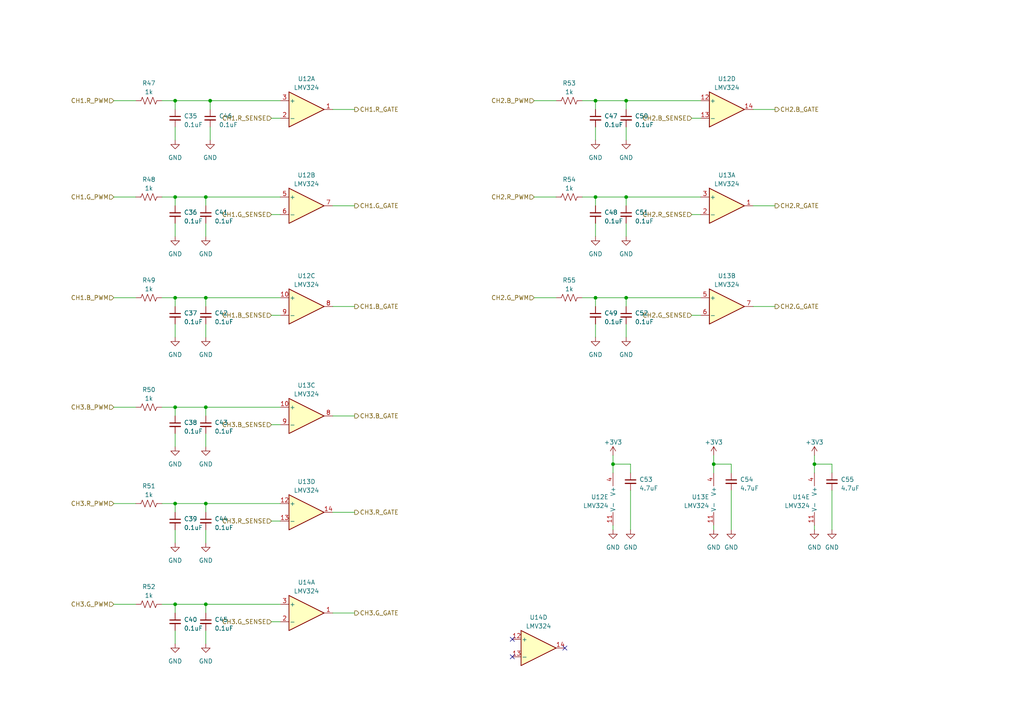
<source format=kicad_sch>
(kicad_sch (version 20230121) (generator eeschema)
  (paper "A4")
  (lib_symbols
    (symbol "Amplifier_Operational:LMV324" (pin_names (offset 0.127))
      (property "Reference" "U" (at 0 5.08 0))
      (property "Value" "LMV324" (at 0 -5.08 0))
      (symbol "LMV324_1_1"
        (polyline (pts (xy -5.08 5.08) (xy 5.08 0) (xy -5.08 -5.08) (xy -5.08 5.08)) (stroke (width 0.254)) (fill (type background)))
        (pin output line (at 7.62 0 180) (length 2.54) (name "~") (number "1"))
        (pin input line (at -7.62 -2.54 0) (length 2.54) (name "-") (number "2"))
        (pin input line (at -7.62 2.54 0) (length 2.54) (name "+") (number "3"))
      )
      (symbol "LMV324_2_1"
        (polyline (pts (xy -5.08 5.08) (xy 5.08 0) (xy -5.08 -5.08) (xy -5.08 5.08)) (stroke (width 0.254)) (fill (type background)))
        (pin input line (at -7.62 2.54 0) (length 2.54) (name "+") (number "5"))
        (pin input line (at -7.62 -2.54 0) (length 2.54) (name "-") (number "6"))
        (pin output line (at 7.62 0 180) (length 2.54) (name "~") (number "7"))
      )
      (symbol "LMV324_3_1"
        (polyline (pts (xy -5.08 5.08) (xy 5.08 0) (xy -5.08 -5.08) (xy -5.08 5.08)) (stroke (width 0.254)) (fill (type background)))
        (pin input line (at -7.62 2.54 0) (length 2.54) (name "+") (number "10"))
        (pin output line (at 7.62 0 180) (length 2.54) (name "~") (number "8"))
        (pin input line (at -7.62 -2.54 0) (length 2.54) (name "-") (number "9"))
      )
      (symbol "LMV324_4_1"
        (polyline (pts (xy -5.08 5.08) (xy 5.08 0) (xy -5.08 -5.08) (xy -5.08 5.08)) (stroke (width 0.254)) (fill (type background)))
        (pin input line (at -7.62 2.54 0) (length 2.54) (name "+") (number "12"))
        (pin input line (at -7.62 -2.54 0) (length 2.54) (name "-") (number "13"))
        (pin output line (at 7.62 0 180) (length 2.54) (name "~") (number "14"))
      )
      (symbol "LMV324_5_1"
        (pin power_in line (at -2.54 -7.62 90) (length 3.81) (name "V-") (number "11"))
        (pin power_in line (at -2.54 7.62 270) (length 3.81) (name "V+") (number "4"))
      )
    )
    (symbol "Device:C_Small" (pin_numbers hide) (pin_names (offset 0.254) hide)
      (property "Reference" "C" (at 0.254 1.778 0))
      (property "Value" "C_Small" (at 0.254 -2.032 0))
      (symbol "C_Small_0_1"
        (polyline (pts (xy -1.524 -0.508) (xy 1.524 -0.508)) (stroke (width 0.3302)))
        (polyline (pts (xy -1.524 0.508) (xy 1.524 0.508)) (stroke (width 0.3048)))
      )
      (symbol "C_Small_1_1"
        (pin passive line (at 0 2.54 270) (length 2.032) (name "~") (number "1"))
        (pin passive line (at 0 -2.54 90) (length 2.032) (name "~") (number "2"))
      )
    )
    (symbol "Device:R_US" (pin_numbers hide) (pin_names (offset 0))
      (property "Reference" "R" (at 2.54 0 90))
      (property "Value" "R_US" (at -2.54 0 90))
      (symbol "R_US_0_1"
        (polyline (pts (xy 0 -2.286) (xy 0 -2.54)))
        (polyline (pts (xy 0 2.286) (xy 0 2.54)))
        (polyline (pts (xy 0 -0.762) (xy 1.016 -1.143) (xy 0 -1.524) (xy -1.016 -1.905) (xy 0 -2.286)))
        (polyline (pts (xy 0 0.762) (xy 1.016 0.381) (xy 0 0) (xy -1.016 -0.381) (xy 0 -0.762)))
        (polyline (pts (xy 0 2.286) (xy 1.016 1.905) (xy 0 1.524) (xy -1.016 1.143) (xy 0 0.762)))
      )
      (symbol "R_US_1_1"
        (pin passive line (at 0 3.81 270) (length 1.27) (name "~") (number "1"))
        (pin passive line (at 0 -3.81 90) (length 1.27) (name "~") (number "2"))
      )
    )
    (symbol "power:+3V3" (power) (pin_names (offset 0))
      (property "Value" "+3V3" (at 0 3.556 0))
      (symbol "+3V3_0_1"
        (polyline (pts (xy -0.762 1.27) (xy 0 2.54)))
        (polyline (pts (xy 0 0) (xy 0 2.54)))
        (polyline (pts (xy 0 2.54) (xy 0.762 1.27)))
      )
      (symbol "+3V3_1_1"
        (pin power_in line (at 0 0 90) (length 0) hide (name "+3V3") (number "1"))
      )
    )
    (symbol "power:GND" (power) (pin_names (offset 0))
      (property "Value" "GND" (at 0 -3.81 0))
      (symbol "GND_0_1"
        (polyline (pts (xy 0 0) (xy 0 -1.27) (xy 1.27 -1.27) (xy 0 -2.54) (xy -1.27 -1.27) (xy 0 -1.27)))
      )
      (symbol "GND_1_1"
        (pin power_in line (at 0 0 270) (length 0) hide (name "GND") (number "1"))
      )
    )
  )
  (junction (at 181.61 57.15))
  (junction (at 59.69 175.26))
  (junction (at 207.01 134.62))
  (junction (at 59.69 57.15))
  (junction (at 59.69 146.05))
  (junction (at 59.69 86.36))
  (junction (at 172.72 29.21))
  (junction (at 50.8 118.11))
  (junction (at 181.61 86.36))
  (junction (at 236.22 134.62))
  (junction (at 172.72 57.15))
  (junction (at 50.8 175.26))
  (junction (at 50.8 29.21))
  (junction (at 50.8 146.05))
  (junction (at 50.8 86.36))
  (junction (at 59.69 118.11))
  (junction (at 50.8 57.15))
  (junction (at 60.96 29.21))
  (junction (at 181.61 29.21))
  (junction (at 177.8 134.62))
  (junction (at 172.72 86.36))
  (no_connect (at 148.59 185.42))
  (no_connect (at 163.83 187.96))
  (no_connect (at 148.59 190.5))
  (wire (pts (xy 96.52 148.59) (xy 102.87 148.59)))
  (wire (pts (xy 46.99 57.15) (xy 50.8 57.15)))
  (wire (pts (xy 59.69 118.11) (xy 81.28 118.11)))
  (wire (pts (xy 172.72 64.77) (xy 172.72 68.58)))
  (wire (pts (xy 50.8 36.83) (xy 50.8 40.64)))
  (wire (pts (xy 50.8 64.77) (xy 50.8 68.58)))
  (wire (pts (xy 50.8 182.88) (xy 50.8 186.69)))
  (wire (pts (xy 59.69 118.11) (xy 59.69 120.65)))
  (wire (pts (xy 218.44 31.75) (xy 224.79 31.75)))
  (wire (pts (xy 236.22 134.62) (xy 241.3 134.62)))
  (wire (pts (xy 96.52 88.9) (xy 102.87 88.9)))
  (wire (pts (xy 50.8 146.05) (xy 50.8 148.59)))
  (wire (pts (xy 59.69 86.36) (xy 59.69 88.9)))
  (wire (pts (xy 78.74 180.34) (xy 81.28 180.34)))
  (wire (pts (xy 207.01 134.62) (xy 212.09 134.62)))
  (wire (pts (xy 60.96 29.21) (xy 81.28 29.21)))
  (wire (pts (xy 172.72 86.36) (xy 172.72 88.9)))
  (wire (pts (xy 78.74 62.23) (xy 81.28 62.23)))
  (wire (pts (xy 60.96 29.21) (xy 60.96 31.75)))
  (wire (pts (xy 46.99 29.21) (xy 50.8 29.21)))
  (wire (pts (xy 181.61 93.98) (xy 181.61 97.79)))
  (wire (pts (xy 200.66 62.23) (xy 203.2 62.23)))
  (wire (pts (xy 218.44 88.9) (xy 224.79 88.9)))
  (wire (pts (xy 50.8 86.36) (xy 50.8 88.9)))
  (wire (pts (xy 241.3 142.24) (xy 241.3 153.67)))
  (wire (pts (xy 172.72 36.83) (xy 172.72 40.64)))
  (wire (pts (xy 50.8 118.11) (xy 59.69 118.11)))
  (wire (pts (xy 59.69 146.05) (xy 59.69 148.59)))
  (wire (pts (xy 59.69 182.88) (xy 59.69 186.69)))
  (wire (pts (xy 96.52 31.75) (xy 102.87 31.75)))
  (wire (pts (xy 181.61 64.77) (xy 181.61 68.58)))
  (wire (pts (xy 207.01 152.4) (xy 207.01 153.67)))
  (wire (pts (xy 50.8 29.21) (xy 60.96 29.21)))
  (wire (pts (xy 212.09 134.62) (xy 212.09 137.16)))
  (wire (pts (xy 181.61 29.21) (xy 181.61 31.75)))
  (wire (pts (xy 182.88 134.62) (xy 182.88 137.16)))
  (wire (pts (xy 50.8 125.73) (xy 50.8 129.54)))
  (wire (pts (xy 177.8 134.62) (xy 182.88 134.62)))
  (wire (pts (xy 236.22 152.4) (xy 236.22 153.67)))
  (wire (pts (xy 50.8 93.98) (xy 50.8 97.79)))
  (wire (pts (xy 50.8 86.36) (xy 59.69 86.36)))
  (wire (pts (xy 78.74 151.13) (xy 81.28 151.13)))
  (wire (pts (xy 181.61 86.36) (xy 181.61 88.9)))
  (wire (pts (xy 236.22 134.62) (xy 236.22 137.16)))
  (wire (pts (xy 50.8 146.05) (xy 59.69 146.05)))
  (wire (pts (xy 59.69 93.98) (xy 59.69 97.79)))
  (wire (pts (xy 168.91 57.15) (xy 172.72 57.15)))
  (wire (pts (xy 59.69 86.36) (xy 81.28 86.36)))
  (wire (pts (xy 39.37 146.05) (xy 33.02 146.05)))
  (wire (pts (xy 218.44 59.69) (xy 224.79 59.69)))
  (wire (pts (xy 200.66 34.29) (xy 203.2 34.29)))
  (wire (pts (xy 172.72 93.98) (xy 172.72 97.79)))
  (wire (pts (xy 78.74 123.19) (xy 81.28 123.19)))
  (wire (pts (xy 161.29 57.15) (xy 154.94 57.15)))
  (wire (pts (xy 168.91 29.21) (xy 172.72 29.21)))
  (wire (pts (xy 236.22 132.08) (xy 236.22 134.62)))
  (wire (pts (xy 207.01 132.08) (xy 207.01 134.62)))
  (wire (pts (xy 172.72 57.15) (xy 172.72 59.69)))
  (wire (pts (xy 60.96 36.83) (xy 60.96 40.64)))
  (wire (pts (xy 46.99 118.11) (xy 50.8 118.11)))
  (wire (pts (xy 59.69 175.26) (xy 59.69 177.8)))
  (wire (pts (xy 177.8 134.62) (xy 177.8 137.16)))
  (wire (pts (xy 78.74 34.29) (xy 81.28 34.29)))
  (wire (pts (xy 50.8 175.26) (xy 50.8 177.8)))
  (wire (pts (xy 212.09 142.24) (xy 212.09 153.67)))
  (wire (pts (xy 241.3 134.62) (xy 241.3 137.16)))
  (wire (pts (xy 59.69 146.05) (xy 81.28 146.05)))
  (wire (pts (xy 59.69 153.67) (xy 59.69 157.48)))
  (wire (pts (xy 50.8 57.15) (xy 50.8 59.69)))
  (wire (pts (xy 96.52 120.65) (xy 102.87 120.65)))
  (wire (pts (xy 181.61 57.15) (xy 181.61 59.69)))
  (wire (pts (xy 172.72 29.21) (xy 172.72 31.75)))
  (wire (pts (xy 50.8 57.15) (xy 59.69 57.15)))
  (wire (pts (xy 50.8 153.67) (xy 50.8 157.48)))
  (wire (pts (xy 161.29 86.36) (xy 154.94 86.36)))
  (wire (pts (xy 172.72 86.36) (xy 181.61 86.36)))
  (wire (pts (xy 46.99 86.36) (xy 50.8 86.36)))
  (wire (pts (xy 59.69 57.15) (xy 59.69 59.69)))
  (wire (pts (xy 39.37 57.15) (xy 33.02 57.15)))
  (wire (pts (xy 182.88 142.24) (xy 182.88 153.67)))
  (wire (pts (xy 177.8 152.4) (xy 177.8 153.67)))
  (wire (pts (xy 181.61 86.36) (xy 203.2 86.36)))
  (wire (pts (xy 78.74 91.44) (xy 81.28 91.44)))
  (wire (pts (xy 50.8 29.21) (xy 50.8 31.75)))
  (wire (pts (xy 59.69 64.77) (xy 59.69 68.58)))
  (wire (pts (xy 181.61 29.21) (xy 203.2 29.21)))
  (wire (pts (xy 46.99 146.05) (xy 50.8 146.05)))
  (wire (pts (xy 207.01 134.62) (xy 207.01 137.16)))
  (wire (pts (xy 39.37 118.11) (xy 33.02 118.11)))
  (wire (pts (xy 177.8 132.08) (xy 177.8 134.62)))
  (wire (pts (xy 46.99 175.26) (xy 50.8 175.26)))
  (wire (pts (xy 200.66 91.44) (xy 203.2 91.44)))
  (wire (pts (xy 59.69 175.26) (xy 81.28 175.26)))
  (wire (pts (xy 39.37 175.26) (xy 33.02 175.26)))
  (wire (pts (xy 172.72 29.21) (xy 181.61 29.21)))
  (wire (pts (xy 181.61 57.15) (xy 203.2 57.15)))
  (wire (pts (xy 161.29 29.21) (xy 154.94 29.21)))
  (wire (pts (xy 96.52 59.69) (xy 102.87 59.69)))
  (wire (pts (xy 96.52 177.8) (xy 102.87 177.8)))
  (wire (pts (xy 50.8 118.11) (xy 50.8 120.65)))
  (wire (pts (xy 39.37 86.36) (xy 33.02 86.36)))
  (wire (pts (xy 181.61 36.83) (xy 181.61 40.64)))
  (wire (pts (xy 168.91 86.36) (xy 172.72 86.36)))
  (wire (pts (xy 39.37 29.21) (xy 33.02 29.21)))
  (wire (pts (xy 50.8 175.26) (xy 59.69 175.26)))
  (wire (pts (xy 59.69 125.73) (xy 59.69 129.54)))
  (wire (pts (xy 59.69 57.15) (xy 81.28 57.15)))
  (wire (pts (xy 172.72 57.15) (xy 181.61 57.15)))
  (hierarchical_label "CH2.R_SENSE" (shape input) (at 200.66 62.23 180))
  (hierarchical_label "CH3.B_PWM" (shape input) (at 33.02 118.11 180))
  (hierarchical_label "CH1.R_SENSE" (shape input) (at 78.74 34.29 180))
  (hierarchical_label "CH1.B_GATE" (shape output) (at 102.87 88.9 0))
  (hierarchical_label "CH3.G_GATE" (shape output) (at 102.87 177.8 0))
  (hierarchical_label "CH2.G_PWM" (shape input) (at 154.94 86.36 180))
  (hierarchical_label "CH3.G_SENSE" (shape input) (at 78.74 180.34 180))
  (hierarchical_label "CH3.R_GATE" (shape output) (at 102.87 148.59 0))
  (hierarchical_label "CH1.G_SENSE" (shape input) (at 78.74 62.23 180))
  (hierarchical_label "CH3.G_PWM" (shape input) (at 33.02 175.26 180))
  (hierarchical_label "CH2.R_GATE" (shape output) (at 224.79 59.69 0))
  (hierarchical_label "CH2.G_SENSE" (shape input) (at 200.66 91.44 180))
  (hierarchical_label "CH3.B_GATE" (shape output) (at 102.87 120.65 0))
  (hierarchical_label "CH3.B_SENSE" (shape input) (at 78.74 123.19 180))
  (hierarchical_label "CH1.R_GATE" (shape output) (at 102.87 31.75 0))
  (hierarchical_label "CH3.R_SENSE" (shape input) (at 78.74 151.13 180))
  (hierarchical_label "CH1.B_SENSE" (shape input) (at 78.74 91.44 180))
  (hierarchical_label "CH1.B_PWM" (shape input) (at 33.02 86.36 180))
  (hierarchical_label "CH2.B_SENSE" (shape input) (at 200.66 34.29 180))
  (hierarchical_label "CH2.R_PWM" (shape input) (at 154.94 57.15 180))
  (hierarchical_label "CH1.G_PWM" (shape input) (at 33.02 57.15 180))
  (hierarchical_label "CH1.G_GATE" (shape output) (at 102.87 59.69 0))
  (hierarchical_label "CH3.R_PWM" (shape input) (at 33.02 146.05 180))
  (hierarchical_label "CH2.B_GATE" (shape output) (at 224.79 31.75 0))
  (hierarchical_label "CH2.B_PWM" (shape input) (at 154.94 29.21 180))
  (hierarchical_label "CH1.R_PWM" (shape input) (at 33.02 29.21 180))
  (hierarchical_label "CH2.G_GATE" (shape output) (at 224.79 88.9 0))
  (symbol (lib_id "Device:C_Small") (at 172.72 62.23 0) (unit 1)
    (property "Reference" "C48" (at 175.26 61.6013 0) (effects (justify left)))
    (property "Value" "0.1uF" (at 175.26 64.1413 0) (effects (justify left)))
    (property "Footprint" "Capacitor_SMD:C_0603_1608Metric_Pad1.08x0.95mm_HandSolder" (effects hide))
    (property "Datasheet" "https://datasheets.kyocera-avx.com/KGM_X7R.pdf" (effects hide))
    (property "MPN" "KGM15BR71H104KT" (effects hide))
  )
  (symbol (lib_id "Device:C_Small") (at 182.88 139.7 0) (unit 1)
    (property "Reference" "C53" (at 185.42 139.0713 0) (effects (justify left)))
    (property "Value" "4.7uF" (at 185.42 141.6113 0) (effects (justify left)))
    (property "Footprint" "Capacitor_SMD:C_0603_1608Metric_Pad1.08x0.95mm_HandSolder" (effects hide))
    (property "MPN" "CL10A475KO8NNNC" (effects hide))
  )
  (symbol (lib_id "Device:C_Small") (at 212.09 139.7 0) (unit 1)
    (property "Reference" "C54" (at 214.63 139.0713 0) (effects (justify left)))
    (property "Value" "4.7uF" (at 214.63 141.6113 0) (effects (justify left)))
    (property "Footprint" "Capacitor_SMD:C_0603_1608Metric_Pad1.08x0.95mm_HandSolder" (effects hide))
    (property "MPN" "CL10A475KO8NNNC" (effects hide))
  )
  (symbol (lib_id "Device:C_Small") (at 50.8 151.13 0) (unit 1)
    (property "Reference" "C39" (at 53.34 150.5013 0) (effects (justify left)))
    (property "Value" "0.1uF" (at 53.34 153.0413 0) (effects (justify left)))
    (property "Footprint" "Capacitor_SMD:C_0603_1608Metric_Pad1.08x0.95mm_HandSolder" (effects hide))
    (property "Datasheet" "https://datasheets.kyocera-avx.com/KGM_X7R.pdf" (effects hide))
    (property "MPN" "KGM15BR71H104KT" (effects hide))
  )
  (symbol (lib_id "Device:C_Small") (at 59.69 123.19 0) (unit 1)
    (property "Reference" "C43" (at 62.23 122.5613 0) (effects (justify left)))
    (property "Value" "0.1uF" (at 62.23 125.1013 0) (effects (justify left)))
    (property "Footprint" "Capacitor_SMD:C_0603_1608Metric_Pad1.08x0.95mm_HandSolder" (effects hide))
    (property "Datasheet" "https://datasheets.kyocera-avx.com/KGM_X7R.pdf" (effects hide))
    (property "MPN" "KGM15BR71H104KT" (effects hide))
  )
  (symbol (lib_id "Amplifier_Operational:LMV324") (at 88.9 177.8 0) (unit 1)
    (property "Reference" "U14" (at 88.9 168.91 0))
    (property "Value" "LMV324" (at 88.9 171.45 0))
    (property "Footprint" "Package_SO:TSSOP-14_4.4x5mm_P0.65mm" (effects hide))
    (property "Datasheet" "http://www.ti.com/lit/ds/symlink/lmv324.pdf" (effects hide))
    (property "MPN" "LMV324AIPWR" (effects hide))
  )
  (symbol (lib_id "power:+3V3") (at 177.8 132.08 0) (unit 1)
    (property "Reference" "#PWR0141" (effects hide))
    (property "Value" "+3V3" (at 177.8 128.27 0))
  )
  (symbol (lib_id "power:GND") (at 50.8 157.48 0) (unit 1)
    (property "Reference" "#PWR0130" (effects hide))
    (property "Value" "GND" (at 50.8 162.56 0))
  )
  (symbol (lib_id "power:GND") (at 172.72 40.64 0) (unit 1)
    (property "Reference" "#PWR0138" (effects hide))
    (property "Value" "GND" (at 172.72 45.72 0))
  )
  (symbol (lib_id "Device:C_Small") (at 181.61 62.23 0) (unit 1)
    (property "Reference" "C51" (at 184.15 61.6013 0) (effects (justify left)))
    (property "Value" "0.1uF" (at 184.15 64.1413 0) (effects (justify left)))
    (property "Footprint" "Capacitor_SMD:C_0603_1608Metric_Pad1.08x0.95mm_HandSolder" (effects hide))
    (property "Datasheet" "https://datasheets.kyocera-avx.com/KGM_X7R.pdf" (effects hide))
    (property "MPN" "KGM15BR71H104KT" (effects hide))
  )
  (symbol (lib_id "power:GND") (at 181.61 40.64 0) (unit 1)
    (property "Reference" "#PWR0143" (effects hide))
    (property "Value" "GND" (at 181.61 45.72 0))
  )
  (symbol (lib_id "Device:R_US") (at 43.18 118.11 90) (unit 1)
    (property "Reference" "R50" (at 43.18 113.03 90))
    (property "Value" "1k" (at 43.18 115.57 90))
    (property "Footprint" "Resistor_SMD:R_0603_1608Metric_Pad0.98x0.95mm_HandSolder" (effects hide))
    (property "MPN" "RC0603FR-071KL" (effects hide))
  )
  (symbol (lib_id "power:GND") (at 177.8 153.67 0) (unit 1)
    (property "Reference" "#PWR0142" (effects hide))
    (property "Value" "GND" (at 177.8 158.75 0))
  )
  (symbol (lib_id "power:GND") (at 60.96 40.64 0) (unit 1)
    (property "Reference" "#PWR0137" (effects hide))
    (property "Value" "GND" (at 60.96 45.72 0))
  )
  (symbol (lib_id "Device:R_US") (at 43.18 146.05 90) (unit 1)
    (property "Reference" "R51" (at 43.18 140.97 90))
    (property "Value" "1k" (at 43.18 143.51 90))
    (property "Footprint" "Resistor_SMD:R_0603_1608Metric_Pad0.98x0.95mm_HandSolder" (effects hide))
    (property "MPN" "RC0603FR-071KL" (effects hide))
  )
  (symbol (lib_id "Amplifier_Operational:LMV324") (at 233.68 144.78 0) (mirror y) (unit 5)
    (property "Reference" "U14" (at 234.95 144.145 0) (effects (justify left)))
    (property "Value" "LMV324" (at 234.95 146.685 0) (effects (justify left)))
    (property "Footprint" "Package_SO:TSSOP-14_4.4x5mm_P0.65mm" (effects hide))
    (property "Datasheet" "http://www.ti.com/lit/ds/symlink/lmv324.pdf" (effects hide))
    (property "MPN" "LMV324AIPWR" (effects hide))
  )
  (symbol (lib_id "Device:C_Small") (at 50.8 91.44 0) (unit 1)
    (property "Reference" "C37" (at 53.34 90.8113 0) (effects (justify left)))
    (property "Value" "0.1uF" (at 53.34 93.3513 0) (effects (justify left)))
    (property "Footprint" "Capacitor_SMD:C_0603_1608Metric_Pad1.08x0.95mm_HandSolder" (effects hide))
    (property "Datasheet" "https://datasheets.kyocera-avx.com/KGM_X7R.pdf" (effects hide))
    (property "MPN" "KGM15BR71H104KT" (effects hide))
  )
  (symbol (lib_id "Device:C_Small") (at 60.96 34.29 0) (unit 1)
    (property "Reference" "C46" (at 63.5 33.6613 0) (effects (justify left)))
    (property "Value" "0.1uF" (at 63.5 36.2013 0) (effects (justify left)))
    (property "Footprint" "Capacitor_SMD:C_0603_1608Metric_Pad1.08x0.95mm_HandSolder" (effects hide))
    (property "Datasheet" "https://datasheets.kyocera-avx.com/KGM_X7R.pdf" (effects hide))
    (property "MPN" "KGM15BR71H104KT" (effects hide))
  )
  (symbol (lib_id "Device:R_US") (at 165.1 57.15 90) (unit 1)
    (property "Reference" "R54" (at 165.1 52.07 90))
    (property "Value" "1k" (at 165.1 54.61 90))
    (property "Footprint" "Resistor_SMD:R_0603_1608Metric_Pad0.98x0.95mm_HandSolder" (effects hide))
    (property "MPN" "RC0603FR-071KL" (effects hide))
  )
  (symbol (lib_id "Amplifier_Operational:LMV324") (at 204.47 144.78 0) (mirror y) (unit 5)
    (property "Reference" "U13" (at 205.74 144.145 0) (effects (justify left)))
    (property "Value" "LMV324" (at 205.74 146.685 0) (effects (justify left)))
    (property "Footprint" "Package_SO:TSSOP-14_4.4x5mm_P0.65mm" (effects hide))
    (property "Datasheet" "http://www.ti.com/lit/ds/symlink/lmv324.pdf" (effects hide))
    (property "MPN" "LMV324AIPWR" (effects hide))
  )
  (symbol (lib_id "Amplifier_Operational:LMV324") (at 88.9 148.59 0) (unit 4)
    (property "Reference" "U13" (at 88.9 139.7 0))
    (property "Value" "LMV324" (at 88.9 142.24 0))
    (property "Footprint" "Package_SO:TSSOP-14_4.4x5mm_P0.65mm" (effects hide))
    (property "Datasheet" "http://www.ti.com/lit/ds/symlink/lmv324.pdf" (effects hide))
    (property "MPN" "LMV324AIPWR" (effects hide))
  )
  (symbol (lib_id "power:GND") (at 59.69 129.54 0) (unit 1)
    (property "Reference" "#PWR0134" (effects hide))
    (property "Value" "GND" (at 59.69 134.62 0))
  )
  (symbol (lib_id "Device:C_Small") (at 59.69 91.44 0) (unit 1)
    (property "Reference" "C42" (at 62.23 90.8113 0) (effects (justify left)))
    (property "Value" "0.1uF" (at 62.23 93.3513 0) (effects (justify left)))
    (property "Footprint" "Capacitor_SMD:C_0603_1608Metric_Pad1.08x0.95mm_HandSolder" (effects hide))
    (property "Datasheet" "https://datasheets.kyocera-avx.com/KGM_X7R.pdf" (effects hide))
    (property "MPN" "KGM15BR71H104KT" (effects hide))
  )
  (symbol (lib_id "Amplifier_Operational:LMV324") (at 88.9 88.9 0) (unit 3)
    (property "Reference" "U12" (at 88.9 80.01 0))
    (property "Value" "LMV324" (at 88.9 82.55 0))
    (property "Footprint" "Package_SO:TSSOP-14_4.4x5mm_P0.65mm" (effects hide))
    (property "Datasheet" "http://www.ti.com/lit/ds/symlink/lmv324.pdf" (effects hide))
    (property "MPN" "LMV324AIPWR" (effects hide))
  )
  (symbol (lib_id "power:GND") (at 50.8 129.54 0) (unit 1)
    (property "Reference" "#PWR0129" (effects hide))
    (property "Value" "GND" (at 50.8 134.62 0))
  )
  (symbol (lib_id "power:GND") (at 50.8 97.79 0) (unit 1)
    (property "Reference" "#PWR0128" (effects hide))
    (property "Value" "GND" (at 50.8 102.87 0))
  )
  (symbol (lib_id "Device:C_Small") (at 172.72 91.44 0) (unit 1)
    (property "Reference" "C49" (at 175.26 90.8113 0) (effects (justify left)))
    (property "Value" "0.1uF" (at 175.26 93.3513 0) (effects (justify left)))
    (property "Footprint" "Capacitor_SMD:C_0603_1608Metric_Pad1.08x0.95mm_HandSolder" (effects hide))
    (property "Datasheet" "https://datasheets.kyocera-avx.com/KGM_X7R.pdf" (effects hide))
    (property "MPN" "KGM15BR71H104KT" (effects hide))
  )
  (symbol (lib_id "Device:R_US") (at 43.18 57.15 90) (unit 1)
    (property "Reference" "R48" (at 43.18 52.07 90))
    (property "Value" "1k" (at 43.18 54.61 90))
    (property "Footprint" "Resistor_SMD:R_0603_1608Metric_Pad0.98x0.95mm_HandSolder" (effects hide))
    (property "MPN" "RC0603FR-071KL" (effects hide))
  )
  (symbol (lib_id "Device:R_US") (at 43.18 175.26 90) (unit 1)
    (property "Reference" "R52" (at 43.18 170.18 90))
    (property "Value" "1k" (at 43.18 172.72 90))
    (property "Footprint" "Resistor_SMD:R_0603_1608Metric_Pad0.98x0.95mm_HandSolder" (effects hide))
    (property "MPN" "RC0603FR-071KL" (effects hide))
  )
  (symbol (lib_id "Amplifier_Operational:LMV324") (at 88.9 120.65 0) (unit 3)
    (property "Reference" "U13" (at 88.9 111.76 0))
    (property "Value" "LMV324" (at 88.9 114.3 0))
    (property "Footprint" "Package_SO:TSSOP-14_4.4x5mm_P0.65mm" (effects hide))
    (property "Datasheet" "http://www.ti.com/lit/ds/symlink/lmv324.pdf" (effects hide))
    (property "MPN" "LMV324AIPWR" (effects hide))
  )
  (symbol (lib_id "Device:C_Small") (at 50.8 62.23 0) (unit 1)
    (property "Reference" "C36" (at 53.34 61.6013 0) (effects (justify left)))
    (property "Value" "0.1uF" (at 53.34 64.1413 0) (effects (justify left)))
    (property "Footprint" "Capacitor_SMD:C_0603_1608Metric_Pad1.08x0.95mm_HandSolder" (effects hide))
    (property "Datasheet" "https://datasheets.kyocera-avx.com/KGM_X7R.pdf" (effects hide))
    (property "MPN" "KGM15BR71H104KT" (effects hide))
  )
  (symbol (lib_id "Device:C_Small") (at 241.3 139.7 0) (unit 1)
    (property "Reference" "C55" (at 243.84 139.0713 0) (effects (justify left)))
    (property "Value" "4.7uF" (at 243.84 141.6113 0) (effects (justify left)))
    (property "Footprint" "Capacitor_SMD:C_0603_1608Metric_Pad1.08x0.95mm_HandSolder" (effects hide))
    (property "MPN" "CL10A475KO8NNNC" (effects hide))
  )
  (symbol (lib_id "Device:R_US") (at 43.18 29.21 90) (unit 1)
    (property "Reference" "R47" (at 43.18 24.13 90))
    (property "Value" "1k" (at 43.18 26.67 90))
    (property "Footprint" "Resistor_SMD:R_0603_1608Metric_Pad0.98x0.95mm_HandSolder" (effects hide))
    (property "MPN" "RC0603FR-071KL" (effects hide))
  )
  (symbol (lib_id "power:GND") (at 181.61 68.58 0) (unit 1)
    (property "Reference" "#PWR0144" (effects hide))
    (property "Value" "GND" (at 181.61 73.66 0))
  )
  (symbol (lib_id "Device:R_US") (at 165.1 86.36 90) (unit 1)
    (property "Reference" "R55" (at 165.1 81.28 90))
    (property "Value" "1k" (at 165.1 83.82 90))
    (property "Footprint" "Resistor_SMD:R_0603_1608Metric_Pad0.98x0.95mm_HandSolder" (effects hide))
    (property "MPN" "RC0603FR-071KL" (effects hide))
  )
  (symbol (lib_id "power:GND") (at 59.69 68.58 0) (unit 1)
    (property "Reference" "#PWR0132" (effects hide))
    (property "Value" "GND" (at 59.69 73.66 0))
  )
  (symbol (lib_id "Device:C_Small") (at 172.72 34.29 0) (unit 1)
    (property "Reference" "C47" (at 175.26 33.6613 0) (effects (justify left)))
    (property "Value" "0.1uF" (at 175.26 36.2013 0) (effects (justify left)))
    (property "Footprint" "Capacitor_SMD:C_0603_1608Metric_Pad1.08x0.95mm_HandSolder" (effects hide))
    (property "Datasheet" "https://datasheets.kyocera-avx.com/KGM_X7R.pdf" (effects hide))
    (property "MPN" "KGM15BR71H104KT" (effects hide))
  )
  (symbol (lib_id "power:GND") (at 50.8 186.69 0) (unit 1)
    (property "Reference" "#PWR0131" (effects hide))
    (property "Value" "GND" (at 50.8 191.77 0))
  )
  (symbol (lib_id "Amplifier_Operational:LMV324") (at 88.9 31.75 0) (unit 1)
    (property "Reference" "U12" (at 88.9 22.86 0))
    (property "Value" "LMV324" (at 88.9 25.4 0))
    (property "Footprint" "Package_SO:TSSOP-14_4.4x5mm_P0.65mm" (effects hide))
    (property "Datasheet" "http://www.ti.com/lit/ds/symlink/lmv324.pdf" (effects hide))
    (property "MPN" "LMV324AIPWR" (effects hide))
  )
  (symbol (lib_id "Device:C_Small") (at 59.69 62.23 0) (unit 1)
    (property "Reference" "C41" (at 62.23 61.6013 0) (effects (justify left)))
    (property "Value" "0.1uF" (at 62.23 64.1413 0) (effects (justify left)))
    (property "Footprint" "Capacitor_SMD:C_0603_1608Metric_Pad1.08x0.95mm_HandSolder" (effects hide))
    (property "Datasheet" "https://datasheets.kyocera-avx.com/KGM_X7R.pdf" (effects hide))
    (property "MPN" "KGM15BR71H104KT" (effects hide))
  )
  (symbol (lib_id "Device:C_Small") (at 181.61 34.29 0) (unit 1)
    (property "Reference" "C50" (at 184.15 33.6613 0) (effects (justify left)))
    (property "Value" "0.1uF" (at 184.15 36.2013 0) (effects (justify left)))
    (property "Footprint" "Capacitor_SMD:C_0603_1608Metric_Pad1.08x0.95mm_HandSolder" (effects hide))
    (property "Datasheet" "https://datasheets.kyocera-avx.com/KGM_X7R.pdf" (effects hide))
    (property "MPN" "KGM15BR71H104KT" (effects hide))
  )
  (symbol (lib_id "Amplifier_Operational:LMV324") (at 156.21 187.96 0) (unit 4)
    (property "Reference" "U14" (at 156.21 179.07 0))
    (property "Value" "LMV324" (at 156.21 181.61 0))
    (property "Footprint" "Package_SO:TSSOP-14_4.4x5mm_P0.65mm" (effects hide))
    (property "Datasheet" "http://www.ti.com/lit/ds/symlink/lmv324.pdf" (effects hide))
    (property "MPN" "LMV324AIPWR" (effects hide))
  )
  (symbol (lib_id "power:GND") (at 59.69 157.48 0) (unit 1)
    (property "Reference" "#PWR0135" (effects hide))
    (property "Value" "GND" (at 59.69 162.56 0))
  )
  (symbol (lib_id "Device:C_Small") (at 50.8 180.34 0) (unit 1)
    (property "Reference" "C40" (at 53.34 179.7113 0) (effects (justify left)))
    (property "Value" "0.1uF" (at 53.34 182.2513 0) (effects (justify left)))
    (property "Footprint" "Capacitor_SMD:C_0603_1608Metric_Pad1.08x0.95mm_HandSolder" (effects hide))
    (property "Datasheet" "https://datasheets.kyocera-avx.com/KGM_X7R.pdf" (effects hide))
    (property "MPN" "KGM15BR71H104KT" (effects hide))
  )
  (symbol (lib_id "Device:C_Small") (at 59.69 180.34 0) (unit 1)
    (property "Reference" "C45" (at 62.23 179.7113 0) (effects (justify left)))
    (property "Value" "0.1uF" (at 62.23 182.2513 0) (effects (justify left)))
    (property "Footprint" "Capacitor_SMD:C_0603_1608Metric_Pad1.08x0.95mm_HandSolder" (effects hide))
    (property "Datasheet" "https://datasheets.kyocera-avx.com/KGM_X7R.pdf" (effects hide))
    (property "MPN" "KGM15BR71H104KT" (effects hide))
  )
  (symbol (lib_id "Amplifier_Operational:LMV324") (at 88.9 59.69 0) (unit 2)
    (property "Reference" "U12" (at 88.9 50.8 0))
    (property "Value" "LMV324" (at 88.9 53.34 0))
    (property "Footprint" "Package_SO:TSSOP-14_4.4x5mm_P0.65mm" (effects hide))
    (property "Datasheet" "http://www.ti.com/lit/ds/symlink/lmv324.pdf" (effects hide))
    (property "MPN" "LMV324AIPWR" (effects hide))
  )
  (symbol (lib_id "Device:C_Small") (at 59.69 151.13 0) (unit 1)
    (property "Reference" "C44" (at 62.23 150.5013 0) (effects (justify left)))
    (property "Value" "0.1uF" (at 62.23 153.0413 0) (effects (justify left)))
    (property "Footprint" "Capacitor_SMD:C_0603_1608Metric_Pad1.08x0.95mm_HandSolder" (effects hide))
    (property "Datasheet" "https://datasheets.kyocera-avx.com/KGM_X7R.pdf" (effects hide))
    (property "MPN" "KGM15BR71H104KT" (effects hide))
  )
  (symbol (lib_id "power:GND") (at 172.72 68.58 0) (unit 1)
    (property "Reference" "#PWR0139" (effects hide))
    (property "Value" "GND" (at 172.72 73.66 0))
  )
  (symbol (lib_id "Amplifier_Operational:LMV324") (at 175.26 144.78 0) (mirror y) (unit 5)
    (property "Reference" "U12" (at 176.53 144.145 0) (effects (justify left)))
    (property "Value" "LMV324" (at 176.53 146.685 0) (effects (justify left)))
    (property "Footprint" "Package_SO:TSSOP-14_4.4x5mm_P0.65mm" (effects hide))
    (property "Datasheet" "http://www.ti.com/lit/ds/symlink/lmv324.pdf" (effects hide))
    (property "MPN" "LMV324AIPWR" (effects hide))
  )
  (symbol (lib_id "power:GND") (at 50.8 40.64 0) (unit 1)
    (property "Reference" "#PWR0126" (effects hide))
    (property "Value" "GND" (at 50.8 45.72 0))
  )
  (symbol (lib_id "power:GND") (at 212.09 153.67 0) (unit 1)
    (property "Reference" "#PWR0149" (effects hide))
    (property "Value" "GND" (at 212.09 158.75 0))
  )
  (symbol (lib_id "power:GND") (at 236.22 153.67 0) (unit 1)
    (property "Reference" "#PWR0151" (effects hide))
    (property "Value" "GND" (at 236.22 158.75 0))
  )
  (symbol (lib_id "Device:C_Small") (at 50.8 123.19 0) (unit 1)
    (property "Reference" "C38" (at 53.34 122.5613 0) (effects (justify left)))
    (property "Value" "0.1uF" (at 53.34 125.1013 0) (effects (justify left)))
    (property "Footprint" "Capacitor_SMD:C_0603_1608Metric_Pad1.08x0.95mm_HandSolder" (effects hide))
    (property "Datasheet" "https://datasheets.kyocera-avx.com/KGM_X7R.pdf" (effects hide))
    (property "MPN" "KGM15BR71H104KT" (effects hide))
  )
  (symbol (lib_id "power:GND") (at 207.01 153.67 0) (unit 1)
    (property "Reference" "#PWR0148" (effects hide))
    (property "Value" "GND" (at 207.01 158.75 0))
  )
  (symbol (lib_id "power:GND") (at 172.72 97.79 0) (unit 1)
    (property "Reference" "#PWR0140" (effects hide))
    (property "Value" "GND" (at 172.72 102.87 0))
  )
  (symbol (lib_id "power:GND") (at 50.8 68.58 0) (unit 1)
    (property "Reference" "#PWR0127" (effects hide))
    (property "Value" "GND" (at 50.8 73.66 0))
  )
  (symbol (lib_id "power:GND") (at 241.3 153.67 0) (unit 1)
    (property "Reference" "#PWR0152" (effects hide))
    (property "Value" "GND" (at 241.3 158.75 0))
  )
  (symbol (lib_id "power:GND") (at 182.88 153.67 0) (unit 1)
    (property "Reference" "#PWR0146" (effects hide))
    (property "Value" "GND" (at 182.88 158.75 0))
  )
  (symbol (lib_id "Device:C_Small") (at 181.61 91.44 0) (unit 1)
    (property "Reference" "C52" (at 184.15 90.8113 0) (effects (justify left)))
    (property "Value" "0.1uF" (at 184.15 93.3513 0) (effects (justify left)))
    (property "Footprint" "Capacitor_SMD:C_0603_1608Metric_Pad1.08x0.95mm_HandSolder" (effects hide))
    (property "Datasheet" "https://datasheets.kyocera-avx.com/KGM_X7R.pdf" (effects hide))
    (property "MPN" "KGM15BR71H104KT" (effects hide))
  )
  (symbol (lib_id "power:+3V3") (at 207.01 132.08 0) (unit 1)
    (property "Reference" "#PWR0147" (effects hide))
    (property "Value" "+3V3" (at 207.01 128.27 0))
  )
  (symbol (lib_id "Device:R_US") (at 43.18 86.36 90) (unit 1)
    (property "Reference" "R49" (at 43.18 81.28 90))
    (property "Value" "1k" (at 43.18 83.82 90))
    (property "Footprint" "Resistor_SMD:R_0603_1608Metric_Pad0.98x0.95mm_HandSolder" (effects hide))
    (property "MPN" "RC0603FR-071KL" (effects hide))
  )
  (symbol (lib_id "Device:C_Small") (at 50.8 34.29 0) (unit 1)
    (property "Reference" "C35" (at 53.34 33.6613 0) (effects (justify left)))
    (property "Value" "0.1uF" (at 53.34 36.2013 0) (effects (justify left)))
    (property "Footprint" "Capacitor_SMD:C_0603_1608Metric_Pad1.08x0.95mm_HandSolder" (effects hide))
    (property "Datasheet" "https://datasheets.kyocera-avx.com/KGM_X7R.pdf" (effects hide))
    (property "MPN" "KGM15BR71H104KT" (effects hide))
  )
  (symbol (lib_id "Amplifier_Operational:LMV324") (at 210.82 88.9 0) (unit 2)
    (property "Reference" "U13" (at 210.82 80.01 0))
    (property "Value" "LMV324" (at 210.82 82.55 0))
    (property "Footprint" "Package_SO:TSSOP-14_4.4x5mm_P0.65mm" (effects hide))
    (property "Datasheet" "http://www.ti.com/lit/ds/symlink/lmv324.pdf" (effects hide))
    (property "MPN" "LMV324AIPWR" (effects hide))
  )
  (symbol (lib_id "Device:R_US") (at 165.1 29.21 90) (unit 1)
    (property "Reference" "R53" (at 165.1 24.13 90))
    (property "Value" "1k" (at 165.1 26.67 90))
    (property "Footprint" "Resistor_SMD:R_0603_1608Metric_Pad0.98x0.95mm_HandSolder" (effects hide))
    (property "MPN" "RC0603FR-071KL" (effects hide))
  )
  (symbol (lib_id "Amplifier_Operational:LMV324") (at 210.82 31.75 0) (unit 4)
    (property "Reference" "U12" (at 210.82 22.86 0))
    (property "Value" "LMV324" (at 210.82 25.4 0))
    (property "Footprint" "Package_SO:TSSOP-14_4.4x5mm_P0.65mm" (effects hide))
    (property "Datasheet" "http://www.ti.com/lit/ds/symlink/lmv324.pdf" (effects hide))
    (property "MPN" "LMV324AIPWR" (effects hide))
  )
  (symbol (lib_id "power:GND") (at 59.69 186.69 0) (unit 1)
    (property "Reference" "#PWR0136" (effects hide))
    (property "Value" "GND" (at 59.69 191.77 0))
  )
  (symbol (lib_id "power:GND") (at 59.69 97.79 0) (unit 1)
    (property "Reference" "#PWR0133" (effects hide))
    (property "Value" "GND" (at 59.69 102.87 0))
  )
  (symbol (lib_id "power:GND") (at 181.61 97.79 0) (unit 1)
    (property "Reference" "#PWR0145" (effects hide))
    (property "Value" "GND" (at 181.61 102.87 0))
  )
  (symbol (lib_id "Amplifier_Operational:LMV324") (at 210.82 59.69 0) (unit 1)
    (property "Reference" "U13" (at 210.82 50.8 0))
    (property "Value" "LMV324" (at 210.82 53.34 0))
    (property "Footprint" "Package_SO:TSSOP-14_4.4x5mm_P0.65mm" (effects hide))
    (property "Datasheet" "http://www.ti.com/lit/ds/symlink/lmv324.pdf" (effects hide))
    (property "MPN" "LMV324AIPWR" (effects hide))
  )
  (symbol (lib_id "power:+3V3") (at 236.22 132.08 0) (unit 1)
    (property "Reference" "#PWR0150" (effects hide))
    (property "Value" "+3V3" (at 236.22 128.27 0))
  )
)
</source>
